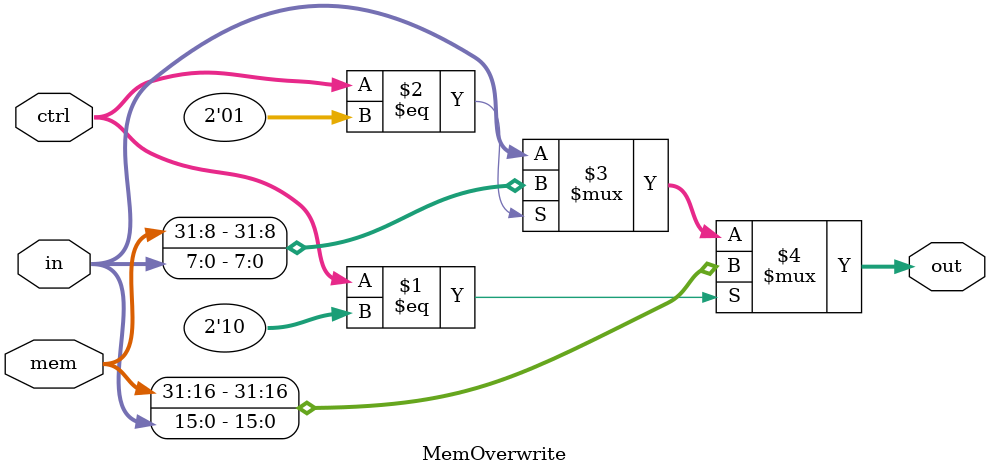
<source format=v>
module MemOverwrite(
	input  wire [31:0] in, mem,
	input  wire [1:0]  ctrl,
	output wire [31:0] out
);

assign out = (ctrl == 2) ? { mem[31:16], in[15:0] } :
	     (ctrl == 1) ? { mem[31:8],  in[7:0]  } :
	     in;

endmodule

</source>
